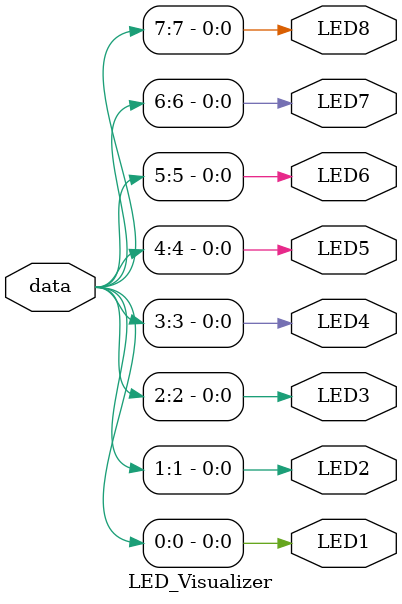
<source format=v>
`timescale 1ns / 1ps


module LED_Visualizer(
    input wire [13:0] data,
    output wire LED1,
    output wire LED2,
    output wire LED3,
    output wire LED4,
    output wire LED5,
    output wire LED6,
    output wire LED7,
    output wire LED8
    );
    
    assign LED1 = data[0];
    assign LED2 = data[1];
    assign LED3 = data[2];
    assign LED4 = data[3];
    assign LED5 = data[4];
    assign LED6 = data[5];
    assign LED7 = data[6];
    assign LED8 = data[7];
endmodule

</source>
